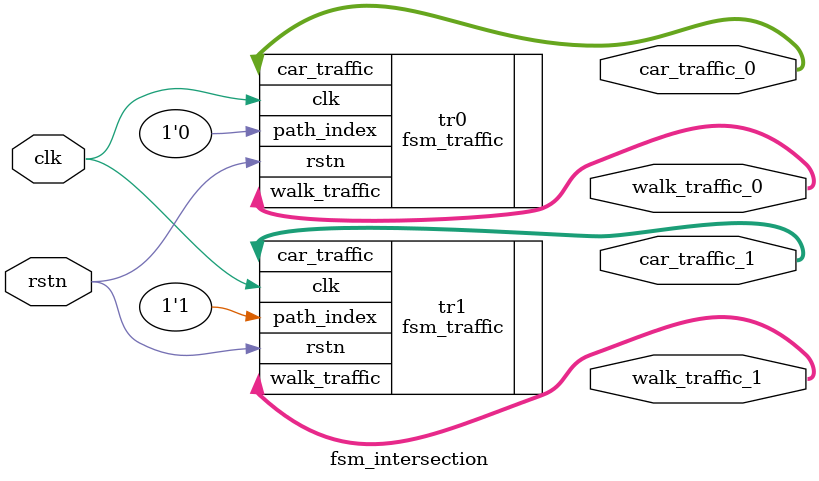
<source format=v>
`timescale 1ns / 1ps

module fsm_intersection(
    input clk, rstn,
    output [3:0] car_traffic_0,
    output [1:0] walk_traffic_0,
    output [3:0] car_traffic_1,
    output [1:0] walk_traffic_1
);

    fsm_traffic tr0(
        .clk(clk),
        .rstn(rstn),
        .path_index(1'd0),
        .car_traffic(car_traffic_0),
        .walk_traffic(walk_traffic_0)
    );

    fsm_traffic tr1(
        .clk(clk),
        .rstn(rstn),
        .path_index(1'd1),
        .car_traffic(car_traffic_1),
        .walk_traffic(walk_traffic_1)
    );

endmodule

</source>
